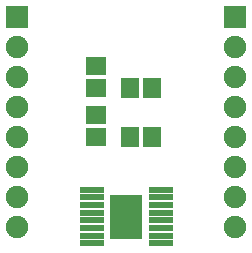
<source format=gts>
G04 DipTrace 3.1.0.1*
G04 09342-3_miskovichk_giordanom_0_1.gts*
%MOIN*%
G04 #@! TF.FileFunction,Soldermask,Top*
G04 #@! TF.Part,Single*
%ADD27R,0.106425X0.145795*%
%ADD29R,0.078866X0.023748*%
%ADD31C,0.074929*%
%ADD33R,0.074929X0.074929*%
%ADD35R,0.067055X0.059181*%
%ADD37R,0.059181X0.067055*%
%FSLAX26Y26*%
G04*
G70*
G90*
G75*
G01*
G04 TopMask*
%LPD*%
D37*
X881500Y994000D3*
X956303D3*
X881500Y831500D3*
X956303D3*
D35*
X769000Y994000D3*
Y1068803D3*
D33*
X506500Y1231500D3*
D31*
Y1131500D3*
Y1031500D3*
Y931500D3*
Y831500D3*
Y731500D3*
Y631500D3*
Y531500D3*
D33*
X1231500Y1231500D3*
D31*
Y1131500D3*
Y1031500D3*
Y931500D3*
Y831500D3*
Y731500D3*
Y631500D3*
Y531500D3*
D35*
X769000Y906500D3*
Y831697D3*
D29*
X756500Y656500D3*
Y630909D3*
Y605319D3*
Y579728D3*
Y554138D3*
Y528547D3*
Y502957D3*
Y477366D3*
X984854D3*
X984846Y502957D3*
Y528547D3*
Y554138D3*
Y579728D3*
Y605319D3*
Y630909D3*
Y656500D3*
D27*
X870677Y566933D3*
M02*

</source>
